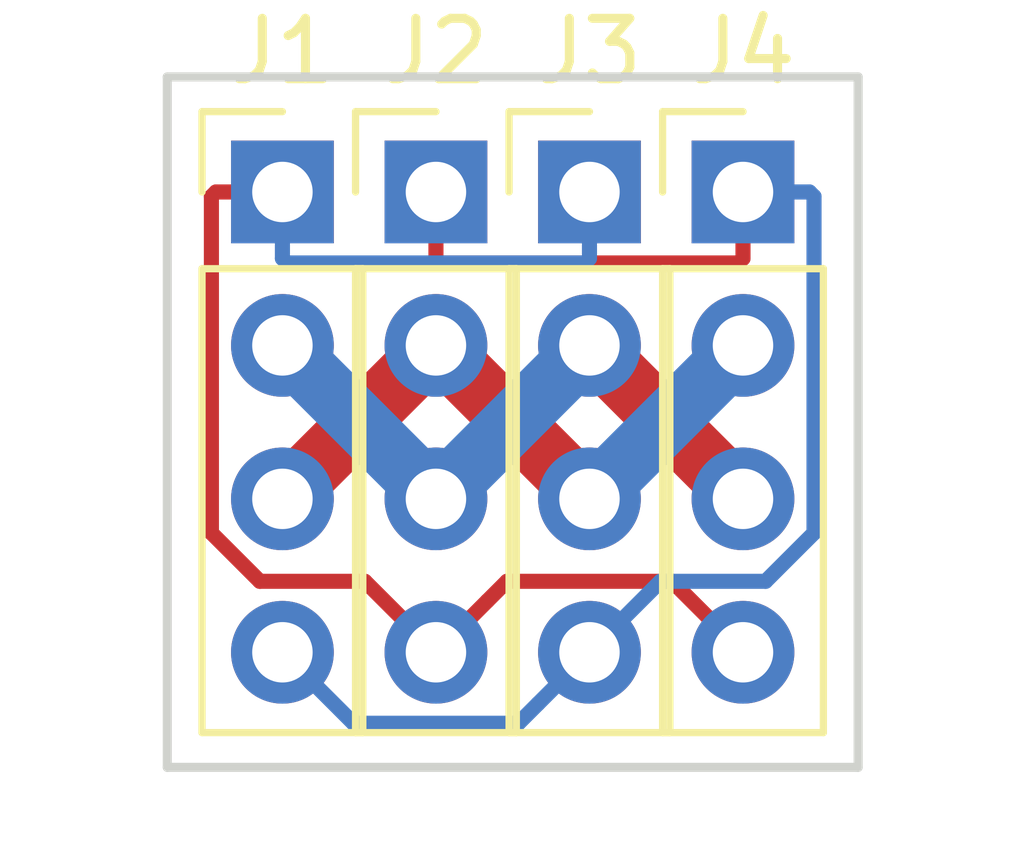
<source format=kicad_pcb>
(kicad_pcb (version 20171130) (host pcbnew "(5.0.0)")

  (general
    (thickness 1.6)
    (drawings 4)
    (tracks 36)
    (zones 0)
    (modules 4)
    (nets 5)
  )

  (page A4)
  (layers
    (0 F.Cu signal)
    (31 B.Cu signal)
    (32 B.Adhes user)
    (33 F.Adhes user)
    (34 B.Paste user)
    (35 F.Paste user)
    (36 B.SilkS user)
    (37 F.SilkS user)
    (38 B.Mask user)
    (39 F.Mask user)
    (40 Dwgs.User user)
    (41 Cmts.User user)
    (42 Eco1.User user)
    (43 Eco2.User user)
    (44 Edge.Cuts user)
    (45 Margin user)
    (46 B.CrtYd user)
    (47 F.CrtYd user)
    (48 B.Fab user)
    (49 F.Fab user)
  )

  (setup
    (last_trace_width 0.25)
    (trace_clearance 0.2)
    (zone_clearance 0.508)
    (zone_45_only no)
    (trace_min 0.2)
    (segment_width 0.2)
    (edge_width 0.15)
    (via_size 0.6)
    (via_drill 0.4)
    (via_min_size 0.4)
    (via_min_drill 0.3)
    (uvia_size 0.3)
    (uvia_drill 0.1)
    (uvias_allowed no)
    (uvia_min_size 0.2)
    (uvia_min_drill 0.1)
    (pcb_text_width 0.3)
    (pcb_text_size 1.5 1.5)
    (mod_edge_width 0.15)
    (mod_text_size 1 1)
    (mod_text_width 0.15)
    (pad_size 1.524 1.524)
    (pad_drill 0.762)
    (pad_to_mask_clearance 0.2)
    (aux_axis_origin 0 0)
    (visible_elements 7FFFFFFF)
    (pcbplotparams
      (layerselection 0x00030_80000001)
      (usegerberextensions false)
      (usegerberattributes false)
      (usegerberadvancedattributes false)
      (creategerberjobfile false)
      (excludeedgelayer true)
      (linewidth 0.100000)
      (plotframeref false)
      (viasonmask false)
      (mode 1)
      (useauxorigin false)
      (hpglpennumber 1)
      (hpglpenspeed 20)
      (hpglpendiameter 15.000000)
      (psnegative false)
      (psa4output false)
      (plotreference true)
      (plotvalue true)
      (plotinvisibletext false)
      (padsonsilk false)
      (subtractmaskfromsilk false)
      (outputformat 1)
      (mirror false)
      (drillshape 0)
      (scaleselection 1)
      (outputdirectory ""))
  )

  (net 0 "")
  (net 1 /FS)
  (net 2 /GND)
  (net 3 /F)
  (net 4 /GS)

  (net_class Default "Dies ist die voreingestellte Netzklasse."
    (clearance 0.2)
    (trace_width 0.25)
    (via_dia 0.6)
    (via_drill 0.4)
    (uvia_dia 0.3)
    (uvia_drill 0.1)
    (add_net /FS)
    (add_net /GS)
  )

  (net_class Power ""
    (clearance 0.2)
    (trace_width 0.5)
    (via_dia 0.6)
    (via_drill 0.4)
    (uvia_dia 0.3)
    (uvia_drill 0.1)
    (add_net /F)
    (add_net /GND)
  )

  (module Socket_Strips:Socket_Strip_Straight_1x04_Pitch2.54mm (layer F.Cu) (tedit 58CD5446) (tstamp 5AA59FDC)
    (at 152.4 101.6)
    (descr "Through hole straight socket strip, 1x04, 2.54mm pitch, single row")
    (tags "Through hole socket strip THT 1x04 2.54mm single row")
    (path /5AA59B04)
    (fp_text reference J1 (at 0 -2.33) (layer F.SilkS)
      (effects (font (size 1 1) (thickness 0.15)))
    )
    (fp_text value Conn_01x04 (at 0 9.95) (layer F.Fab)
      (effects (font (size 1 1) (thickness 0.15)))
    )
    (fp_line (start -1.27 -1.27) (end -1.27 8.89) (layer F.Fab) (width 0.1))
    (fp_line (start -1.27 8.89) (end 1.27 8.89) (layer F.Fab) (width 0.1))
    (fp_line (start 1.27 8.89) (end 1.27 -1.27) (layer F.Fab) (width 0.1))
    (fp_line (start 1.27 -1.27) (end -1.27 -1.27) (layer F.Fab) (width 0.1))
    (fp_line (start -1.33 1.27) (end -1.33 8.95) (layer F.SilkS) (width 0.12))
    (fp_line (start -1.33 8.95) (end 1.33 8.95) (layer F.SilkS) (width 0.12))
    (fp_line (start 1.33 8.95) (end 1.33 1.27) (layer F.SilkS) (width 0.12))
    (fp_line (start 1.33 1.27) (end -1.33 1.27) (layer F.SilkS) (width 0.12))
    (fp_line (start -1.33 0) (end -1.33 -1.33) (layer F.SilkS) (width 0.12))
    (fp_line (start -1.33 -1.33) (end 0 -1.33) (layer F.SilkS) (width 0.12))
    (fp_line (start -1.8 -1.8) (end -1.8 9.4) (layer F.CrtYd) (width 0.05))
    (fp_line (start -1.8 9.4) (end 1.8 9.4) (layer F.CrtYd) (width 0.05))
    (fp_line (start 1.8 9.4) (end 1.8 -1.8) (layer F.CrtYd) (width 0.05))
    (fp_line (start 1.8 -1.8) (end -1.8 -1.8) (layer F.CrtYd) (width 0.05))
    (fp_text user %R (at 0 -2.33) (layer F.Fab)
      (effects (font (size 1 1) (thickness 0.15)))
    )
    (pad 1 thru_hole rect (at 0 0) (size 1.7 1.7) (drill 1) (layers *.Cu *.Mask)
      (net 1 /FS))
    (pad 2 thru_hole oval (at 0 2.54) (size 1.7 1.7) (drill 1) (layers *.Cu *.Mask)
      (net 2 /GND))
    (pad 3 thru_hole oval (at 0 5.08) (size 1.7 1.7) (drill 1) (layers *.Cu *.Mask)
      (net 3 /F))
    (pad 4 thru_hole oval (at 0 7.62) (size 1.7 1.7) (drill 1) (layers *.Cu *.Mask)
      (net 4 /GS))
    (model ${KISYS3DMOD}/Socket_Strips.3dshapes/Socket_Strip_Straight_1x04_Pitch2.54mm.wrl
      (offset (xyz 0 -3.809999942779541 0))
      (scale (xyz 1 1 1))
      (rotate (xyz 0 0 270))
    )
  )

  (module Socket_Strips:Socket_Strip_Straight_1x04_Pitch2.54mm (layer F.Cu) (tedit 58CD5446) (tstamp 5AA59FE4)
    (at 154.94 101.6)
    (descr "Through hole straight socket strip, 1x04, 2.54mm pitch, single row")
    (tags "Through hole socket strip THT 1x04 2.54mm single row")
    (path /5AA59DDB)
    (fp_text reference J2 (at 0 -2.33) (layer F.SilkS)
      (effects (font (size 1 1) (thickness 0.15)))
    )
    (fp_text value Conn_01x04 (at 0 9.95) (layer F.Fab)
      (effects (font (size 1 1) (thickness 0.15)))
    )
    (fp_line (start -1.27 -1.27) (end -1.27 8.89) (layer F.Fab) (width 0.1))
    (fp_line (start -1.27 8.89) (end 1.27 8.89) (layer F.Fab) (width 0.1))
    (fp_line (start 1.27 8.89) (end 1.27 -1.27) (layer F.Fab) (width 0.1))
    (fp_line (start 1.27 -1.27) (end -1.27 -1.27) (layer F.Fab) (width 0.1))
    (fp_line (start -1.33 1.27) (end -1.33 8.95) (layer F.SilkS) (width 0.12))
    (fp_line (start -1.33 8.95) (end 1.33 8.95) (layer F.SilkS) (width 0.12))
    (fp_line (start 1.33 8.95) (end 1.33 1.27) (layer F.SilkS) (width 0.12))
    (fp_line (start 1.33 1.27) (end -1.33 1.27) (layer F.SilkS) (width 0.12))
    (fp_line (start -1.33 0) (end -1.33 -1.33) (layer F.SilkS) (width 0.12))
    (fp_line (start -1.33 -1.33) (end 0 -1.33) (layer F.SilkS) (width 0.12))
    (fp_line (start -1.8 -1.8) (end -1.8 9.4) (layer F.CrtYd) (width 0.05))
    (fp_line (start -1.8 9.4) (end 1.8 9.4) (layer F.CrtYd) (width 0.05))
    (fp_line (start 1.8 9.4) (end 1.8 -1.8) (layer F.CrtYd) (width 0.05))
    (fp_line (start 1.8 -1.8) (end -1.8 -1.8) (layer F.CrtYd) (width 0.05))
    (fp_text user %R (at 0 -2.33) (layer F.Fab)
      (effects (font (size 1 1) (thickness 0.15)))
    )
    (pad 1 thru_hole rect (at 0 0) (size 1.7 1.7) (drill 1) (layers *.Cu *.Mask)
      (net 4 /GS))
    (pad 2 thru_hole oval (at 0 2.54) (size 1.7 1.7) (drill 1) (layers *.Cu *.Mask)
      (net 3 /F))
    (pad 3 thru_hole oval (at 0 5.08) (size 1.7 1.7) (drill 1) (layers *.Cu *.Mask)
      (net 2 /GND))
    (pad 4 thru_hole oval (at 0 7.62) (size 1.7 1.7) (drill 1) (layers *.Cu *.Mask)
      (net 1 /FS))
    (model ${KISYS3DMOD}/Socket_Strips.3dshapes/Socket_Strip_Straight_1x04_Pitch2.54mm.wrl
      (offset (xyz 0 -3.809999942779541 0))
      (scale (xyz 1 1 1))
      (rotate (xyz 0 0 270))
    )
  )

  (module Socket_Strips:Socket_Strip_Straight_1x04_Pitch2.54mm (layer F.Cu) (tedit 58CD5446) (tstamp 5AA59FEC)
    (at 157.48 101.6)
    (descr "Through hole straight socket strip, 1x04, 2.54mm pitch, single row")
    (tags "Through hole socket strip THT 1x04 2.54mm single row")
    (path /5AA59E14)
    (fp_text reference J3 (at 0 -2.33) (layer F.SilkS)
      (effects (font (size 1 1) (thickness 0.15)))
    )
    (fp_text value Conn_01x04 (at 0 9.95) (layer F.Fab)
      (effects (font (size 1 1) (thickness 0.15)))
    )
    (fp_line (start -1.27 -1.27) (end -1.27 8.89) (layer F.Fab) (width 0.1))
    (fp_line (start -1.27 8.89) (end 1.27 8.89) (layer F.Fab) (width 0.1))
    (fp_line (start 1.27 8.89) (end 1.27 -1.27) (layer F.Fab) (width 0.1))
    (fp_line (start 1.27 -1.27) (end -1.27 -1.27) (layer F.Fab) (width 0.1))
    (fp_line (start -1.33 1.27) (end -1.33 8.95) (layer F.SilkS) (width 0.12))
    (fp_line (start -1.33 8.95) (end 1.33 8.95) (layer F.SilkS) (width 0.12))
    (fp_line (start 1.33 8.95) (end 1.33 1.27) (layer F.SilkS) (width 0.12))
    (fp_line (start 1.33 1.27) (end -1.33 1.27) (layer F.SilkS) (width 0.12))
    (fp_line (start -1.33 0) (end -1.33 -1.33) (layer F.SilkS) (width 0.12))
    (fp_line (start -1.33 -1.33) (end 0 -1.33) (layer F.SilkS) (width 0.12))
    (fp_line (start -1.8 -1.8) (end -1.8 9.4) (layer F.CrtYd) (width 0.05))
    (fp_line (start -1.8 9.4) (end 1.8 9.4) (layer F.CrtYd) (width 0.05))
    (fp_line (start 1.8 9.4) (end 1.8 -1.8) (layer F.CrtYd) (width 0.05))
    (fp_line (start 1.8 -1.8) (end -1.8 -1.8) (layer F.CrtYd) (width 0.05))
    (fp_text user %R (at 0 -2.33) (layer F.Fab)
      (effects (font (size 1 1) (thickness 0.15)))
    )
    (pad 1 thru_hole rect (at 0 0) (size 1.7 1.7) (drill 1) (layers *.Cu *.Mask)
      (net 1 /FS))
    (pad 2 thru_hole oval (at 0 2.54) (size 1.7 1.7) (drill 1) (layers *.Cu *.Mask)
      (net 2 /GND))
    (pad 3 thru_hole oval (at 0 5.08) (size 1.7 1.7) (drill 1) (layers *.Cu *.Mask)
      (net 3 /F))
    (pad 4 thru_hole oval (at 0 7.62) (size 1.7 1.7) (drill 1) (layers *.Cu *.Mask)
      (net 4 /GS))
    (model ${KISYS3DMOD}/Socket_Strips.3dshapes/Socket_Strip_Straight_1x04_Pitch2.54mm.wrl
      (offset (xyz 0 -3.809999942779541 0))
      (scale (xyz 1 1 1))
      (rotate (xyz 0 0 270))
    )
  )

  (module Socket_Strips:Socket_Strip_Straight_1x04_Pitch2.54mm (layer F.Cu) (tedit 58CD5446) (tstamp 5AA59FF4)
    (at 160.02 101.6)
    (descr "Through hole straight socket strip, 1x04, 2.54mm pitch, single row")
    (tags "Through hole socket strip THT 1x04 2.54mm single row")
    (path /5AA59E88)
    (fp_text reference J4 (at 0 -2.33) (layer F.SilkS)
      (effects (font (size 1 1) (thickness 0.15)))
    )
    (fp_text value Conn_01x04 (at 0 9.95) (layer F.Fab)
      (effects (font (size 1 1) (thickness 0.15)))
    )
    (fp_line (start -1.27 -1.27) (end -1.27 8.89) (layer F.Fab) (width 0.1))
    (fp_line (start -1.27 8.89) (end 1.27 8.89) (layer F.Fab) (width 0.1))
    (fp_line (start 1.27 8.89) (end 1.27 -1.27) (layer F.Fab) (width 0.1))
    (fp_line (start 1.27 -1.27) (end -1.27 -1.27) (layer F.Fab) (width 0.1))
    (fp_line (start -1.33 1.27) (end -1.33 8.95) (layer F.SilkS) (width 0.12))
    (fp_line (start -1.33 8.95) (end 1.33 8.95) (layer F.SilkS) (width 0.12))
    (fp_line (start 1.33 8.95) (end 1.33 1.27) (layer F.SilkS) (width 0.12))
    (fp_line (start 1.33 1.27) (end -1.33 1.27) (layer F.SilkS) (width 0.12))
    (fp_line (start -1.33 0) (end -1.33 -1.33) (layer F.SilkS) (width 0.12))
    (fp_line (start -1.33 -1.33) (end 0 -1.33) (layer F.SilkS) (width 0.12))
    (fp_line (start -1.8 -1.8) (end -1.8 9.4) (layer F.CrtYd) (width 0.05))
    (fp_line (start -1.8 9.4) (end 1.8 9.4) (layer F.CrtYd) (width 0.05))
    (fp_line (start 1.8 9.4) (end 1.8 -1.8) (layer F.CrtYd) (width 0.05))
    (fp_line (start 1.8 -1.8) (end -1.8 -1.8) (layer F.CrtYd) (width 0.05))
    (fp_text user %R (at 0 -2.33) (layer F.Fab)
      (effects (font (size 1 1) (thickness 0.15)))
    )
    (pad 1 thru_hole rect (at 0 0) (size 1.7 1.7) (drill 1) (layers *.Cu *.Mask)
      (net 4 /GS))
    (pad 2 thru_hole oval (at 0 2.54) (size 1.7 1.7) (drill 1) (layers *.Cu *.Mask)
      (net 3 /F))
    (pad 3 thru_hole oval (at 0 5.08) (size 1.7 1.7) (drill 1) (layers *.Cu *.Mask)
      (net 2 /GND))
    (pad 4 thru_hole oval (at 0 7.62) (size 1.7 1.7) (drill 1) (layers *.Cu *.Mask)
      (net 1 /FS))
    (model ${KISYS3DMOD}/Socket_Strips.3dshapes/Socket_Strip_Straight_1x04_Pitch2.54mm.wrl
      (offset (xyz 0 -3.809999942779541 0))
      (scale (xyz 1 1 1))
      (rotate (xyz 0 0 270))
    )
  )

  (gr_line (start 150.495 111.125) (end 150.495 99.695) (layer Edge.Cuts) (width 0.15))
  (gr_line (start 161.925 111.125) (end 150.495 111.125) (layer Edge.Cuts) (width 0.15))
  (gr_line (start 161.925 99.695) (end 161.925 111.125) (layer Edge.Cuts) (width 0.15))
  (gr_line (start 150.495 99.695) (end 161.925 99.695) (layer Edge.Cuts) (width 0.15))

  (segment (start 152.4 101.6) (end 152.4 102.7) (width 0.25) (layer B.Cu) (net 1))
  (segment (start 152.4 102.7) (end 152.475001 102.775001) (width 0.25) (layer B.Cu) (net 1))
  (segment (start 152.475001 102.775001) (end 157.404999 102.775001) (width 0.25) (layer B.Cu) (net 1))
  (segment (start 157.404999 102.775001) (end 157.48 102.7) (width 0.25) (layer B.Cu) (net 1))
  (segment (start 157.48 102.7) (end 157.48 101.6) (width 0.25) (layer B.Cu) (net 1))
  (segment (start 154.94 109.22) (end 153.764999 108.044999) (width 0.25) (layer F.Cu) (net 1))
  (segment (start 153.764999 108.044999) (end 152.025997 108.044999) (width 0.25) (layer F.Cu) (net 1))
  (segment (start 152.025997 108.044999) (end 151.224999 107.244001) (width 0.25) (layer F.Cu) (net 1))
  (segment (start 151.224999 107.244001) (end 151.224999 101.675001) (width 0.25) (layer F.Cu) (net 1))
  (segment (start 151.224999 101.675001) (end 151.3 101.6) (width 0.25) (layer F.Cu) (net 1))
  (segment (start 151.3 101.6) (end 152.4 101.6) (width 0.25) (layer F.Cu) (net 1))
  (segment (start 160.02 109.22) (end 158.844999 108.044999) (width 0.25) (layer F.Cu) (net 1))
  (segment (start 155.789999 108.370001) (end 154.94 109.22) (width 0.25) (layer F.Cu) (net 1))
  (segment (start 158.844999 108.044999) (end 156.115001 108.044999) (width 0.25) (layer F.Cu) (net 1))
  (segment (start 156.115001 108.044999) (end 155.789999 108.370001) (width 0.25) (layer F.Cu) (net 1))
  (segment (start 157.48 104.14) (end 160.02 106.68) (width 1) (layer F.Cu) (net 2))
  (segment (start 154.94 106.68) (end 157.48 104.14) (width 1) (layer B.Cu) (net 2))
  (segment (start 152.4 104.14) (end 154.94 106.68) (width 1) (layer B.Cu) (net 2))
  (segment (start 157.48 106.68) (end 160.02 104.14) (width 1) (layer B.Cu) (net 3))
  (segment (start 154.94 104.14) (end 157.48 106.68) (width 1) (layer F.Cu) (net 3))
  (segment (start 152.4 106.68) (end 154.94 104.14) (width 1) (layer F.Cu) (net 3))
  (segment (start 160.02 101.6) (end 160.02 102.7) (width 0.25) (layer F.Cu) (net 4))
  (segment (start 160.02 102.7) (end 159.944999 102.775001) (width 0.25) (layer F.Cu) (net 4))
  (segment (start 159.944999 102.775001) (end 155.015001 102.775001) (width 0.25) (layer F.Cu) (net 4))
  (segment (start 155.015001 102.775001) (end 154.94 102.7) (width 0.25) (layer F.Cu) (net 4))
  (segment (start 154.94 102.7) (end 154.94 101.6) (width 0.25) (layer F.Cu) (net 4))
  (segment (start 157.48 109.22) (end 158.655001 108.044999) (width 0.25) (layer B.Cu) (net 4))
  (segment (start 158.655001 108.044999) (end 160.394003 108.044999) (width 0.25) (layer B.Cu) (net 4))
  (segment (start 160.394003 108.044999) (end 161.195001 107.244001) (width 0.25) (layer B.Cu) (net 4))
  (segment (start 161.195001 107.244001) (end 161.195001 101.675001) (width 0.25) (layer B.Cu) (net 4))
  (segment (start 161.195001 101.675001) (end 161.12 101.6) (width 0.25) (layer B.Cu) (net 4))
  (segment (start 161.12 101.6) (end 160.02 101.6) (width 0.25) (layer B.Cu) (net 4))
  (segment (start 152.4 109.22) (end 153.575001 110.395001) (width 0.25) (layer B.Cu) (net 4))
  (segment (start 153.575001 110.395001) (end 156.304999 110.395001) (width 0.25) (layer B.Cu) (net 4))
  (segment (start 156.304999 110.395001) (end 156.630001 110.069999) (width 0.25) (layer B.Cu) (net 4))
  (segment (start 156.630001 110.069999) (end 157.48 109.22) (width 0.25) (layer B.Cu) (net 4))

)

</source>
